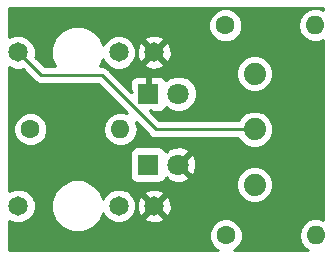
<source format=gbr>
G04 #@! TF.GenerationSoftware,KiCad,Pcbnew,(5.0.0)*
G04 #@! TF.CreationDate,2018-08-18T17:33:36+02:00*
G04 #@! TF.ProjectId,1u_mute,31755F6D7574652E6B696361645F7063,rev?*
G04 #@! TF.SameCoordinates,Original*
G04 #@! TF.FileFunction,Copper,L2,Bot,Signal*
G04 #@! TF.FilePolarity,Positive*
%FSLAX46Y46*%
G04 Gerber Fmt 4.6, Leading zero omitted, Abs format (unit mm)*
G04 Created by KiCad (PCBNEW (5.0.0)) date 08/18/18 17:33:36*
%MOMM*%
%LPD*%
G01*
G04 APERTURE LIST*
G04 #@! TA.AperFunction,ComponentPad*
%ADD10C,1.648460*%
G04 #@! TD*
G04 #@! TA.AperFunction,ComponentPad*
%ADD11C,1.800000*%
G04 #@! TD*
G04 #@! TA.AperFunction,ComponentPad*
%ADD12R,1.800000X1.800000*%
G04 #@! TD*
G04 #@! TA.AperFunction,ComponentPad*
%ADD13O,1.600000X1.600000*%
G04 #@! TD*
G04 #@! TA.AperFunction,ComponentPad*
%ADD14C,1.600000*%
G04 #@! TD*
G04 #@! TA.AperFunction,ComponentPad*
%ADD15C,1.879600*%
G04 #@! TD*
G04 #@! TA.AperFunction,Conductor*
%ADD16C,0.250000*%
G04 #@! TD*
G04 #@! TA.AperFunction,Conductor*
%ADD17C,0.254000*%
G04 #@! TD*
G04 APERTURE END LIST*
D10*
G04 #@! TO.P,J_OUT_1,P$3_SLEEVE*
G04 #@! TO.N,GND*
X12999860Y-17500000D03*
G04 #@! TO.P,J_OUT_1,P$2_SWITCH*
G04 #@! TO.N,N/C*
X9997580Y-17500000D03*
G04 #@! TO.P,J_OUT_1,P$1_TIP*
G04 #@! TO.N,Net-(J_OUT_1-PadP$1_TIP)*
X1501280Y-17500000D03*
G04 #@! TD*
D11*
G04 #@! TO.P,D1,2*
G04 #@! TO.N,Net-(D1-Pad2)*
X15040000Y-8000000D03*
D12*
G04 #@! TO.P,D1,1*
G04 #@! TO.N,GND*
X12500000Y-8000000D03*
G04 #@! TD*
G04 #@! TO.P,D2,1*
G04 #@! TO.N,Net-(D2-Pad1)*
X12460000Y-14000000D03*
D11*
G04 #@! TO.P,D2,2*
G04 #@! TO.N,GND*
X15000000Y-14000000D03*
G04 #@! TD*
D10*
G04 #@! TO.P,J_IN_1,P$1_TIP*
G04 #@! TO.N,Net-(J_IN_1-PadP$1_TIP)*
X1501280Y-4500000D03*
G04 #@! TO.P,J_IN_1,P$2_SWITCH*
G04 #@! TO.N,N/C*
X9997580Y-4500000D03*
G04 #@! TO.P,J_IN_1,P$3_SLEEVE*
G04 #@! TO.N,GND*
X12999860Y-4500000D03*
G04 #@! TD*
D13*
G04 #@! TO.P,R_NLED_1,2*
G04 #@! TO.N,Net-(R_NLED_1-Pad2)*
X26680000Y-20000000D03*
D14*
G04 #@! TO.P,R_NLED_1,1*
G04 #@! TO.N,Net-(D2-Pad1)*
X19060000Y-20000000D03*
G04 #@! TD*
G04 #@! TO.P,R_OUT_1,1*
G04 #@! TO.N,Net-(R_NLED_1-Pad2)*
X2500000Y-11000000D03*
D13*
G04 #@! TO.P,R_OUT_1,2*
G04 #@! TO.N,Net-(J_OUT_1-PadP$1_TIP)*
X10120000Y-11000000D03*
G04 #@! TD*
G04 #@! TO.P,R_PLED_1,2*
G04 #@! TO.N,Net-(R_NLED_1-Pad2)*
X26620000Y-2200000D03*
D14*
G04 #@! TO.P,R_PLED_1,1*
G04 #@! TO.N,Net-(D1-Pad2)*
X19000000Y-2200000D03*
G04 #@! TD*
D15*
G04 #@! TO.P,SW1,1*
G04 #@! TO.N,Net-(R_NLED_1-Pad2)*
X21500000Y-15700000D03*
G04 #@! TO.P,SW1,2*
G04 #@! TO.N,Net-(J_IN_1-PadP$1_TIP)*
X21500000Y-11000000D03*
G04 #@! TO.P,SW1,3*
G04 #@! TO.N,Net-(R_NLED_1-Pad2)*
X21500000Y-6300000D03*
G04 #@! TD*
D16*
G04 #@! TO.N,Net-(J_IN_1-PadP$1_TIP)*
X2325509Y-5324229D02*
X1501280Y-4500000D01*
X3426281Y-6425001D02*
X2325509Y-5324229D01*
X8539999Y-6425001D02*
X3426281Y-6425001D01*
X13114998Y-11000000D02*
X8539999Y-6425001D01*
X21500000Y-11000000D02*
X13114998Y-11000000D01*
G04 #@! TD*
D17*
G04 #@! TO.N,GND*
G36*
X27265001Y-905117D02*
X27179909Y-848260D01*
X26761333Y-765000D01*
X26478667Y-765000D01*
X26060091Y-848260D01*
X25585423Y-1165423D01*
X25268260Y-1640091D01*
X25156887Y-2200000D01*
X25268260Y-2759909D01*
X25585423Y-3234577D01*
X26060091Y-3551740D01*
X26478667Y-3635000D01*
X26761333Y-3635000D01*
X27179909Y-3551740D01*
X27265001Y-3494883D01*
X27265000Y-18665025D01*
X27239909Y-18648260D01*
X26821333Y-18565000D01*
X26538667Y-18565000D01*
X26120091Y-18648260D01*
X25645423Y-18965423D01*
X25328260Y-19440091D01*
X25216887Y-20000000D01*
X25328260Y-20559909D01*
X25645423Y-21034577D01*
X25990275Y-21265000D01*
X19755855Y-21265000D01*
X19872862Y-21216534D01*
X20276534Y-20812862D01*
X20495000Y-20285439D01*
X20495000Y-19714561D01*
X20276534Y-19187138D01*
X19872862Y-18783466D01*
X19345439Y-18565000D01*
X18774561Y-18565000D01*
X18247138Y-18783466D01*
X17843466Y-19187138D01*
X17625000Y-19714561D01*
X17625000Y-20285439D01*
X17843466Y-20812862D01*
X18247138Y-21216534D01*
X18364145Y-21265000D01*
X735000Y-21265000D01*
X735000Y-18762055D01*
X1211021Y-18959230D01*
X1791539Y-18959230D01*
X2327867Y-18737075D01*
X2738355Y-18326587D01*
X2960510Y-17790259D01*
X2960510Y-17209741D01*
X2896593Y-17055431D01*
X4265000Y-17055431D01*
X4265000Y-17944569D01*
X4605259Y-18766026D01*
X5233974Y-19394741D01*
X6055431Y-19735000D01*
X6944569Y-19735000D01*
X7766026Y-19394741D01*
X8394741Y-18766026D01*
X8668634Y-18104791D01*
X8760505Y-18326587D01*
X9170993Y-18737075D01*
X9707321Y-18959230D01*
X10287839Y-18959230D01*
X10824167Y-18737075D01*
X11035947Y-18525295D01*
X12154170Y-18525295D01*
X12231279Y-18773926D01*
X12777295Y-18971077D01*
X13357194Y-18944270D01*
X13768441Y-18773926D01*
X13845550Y-18525295D01*
X12999860Y-17679605D01*
X12154170Y-18525295D01*
X11035947Y-18525295D01*
X11234655Y-18326587D01*
X11456810Y-17790259D01*
X11456810Y-17277435D01*
X11528783Y-17277435D01*
X11555590Y-17857334D01*
X11725934Y-18268581D01*
X11974565Y-18345690D01*
X12820255Y-17500000D01*
X13179465Y-17500000D01*
X14025155Y-18345690D01*
X14273786Y-18268581D01*
X14470937Y-17722565D01*
X14444130Y-17142666D01*
X14273786Y-16731419D01*
X14025155Y-16654310D01*
X13179465Y-17500000D01*
X12820255Y-17500000D01*
X11974565Y-16654310D01*
X11725934Y-16731419D01*
X11528783Y-17277435D01*
X11456810Y-17277435D01*
X11456810Y-17209741D01*
X11234655Y-16673413D01*
X11035947Y-16474705D01*
X12154170Y-16474705D01*
X12999860Y-17320395D01*
X13845550Y-16474705D01*
X13768441Y-16226074D01*
X13222425Y-16028923D01*
X12642526Y-16055730D01*
X12231279Y-16226074D01*
X12154170Y-16474705D01*
X11035947Y-16474705D01*
X10824167Y-16262925D01*
X10287839Y-16040770D01*
X9707321Y-16040770D01*
X9170993Y-16262925D01*
X8760505Y-16673413D01*
X8668634Y-16895209D01*
X8394741Y-16233974D01*
X7766026Y-15605259D01*
X6944569Y-15265000D01*
X6055431Y-15265000D01*
X5233974Y-15605259D01*
X4605259Y-16233974D01*
X4265000Y-17055431D01*
X2896593Y-17055431D01*
X2738355Y-16673413D01*
X2327867Y-16262925D01*
X1791539Y-16040770D01*
X1211021Y-16040770D01*
X735000Y-16237945D01*
X735000Y-13100000D01*
X10912560Y-13100000D01*
X10912560Y-14900000D01*
X10961843Y-15147765D01*
X11102191Y-15357809D01*
X11312235Y-15498157D01*
X11560000Y-15547440D01*
X13360000Y-15547440D01*
X13607765Y-15498157D01*
X13817809Y-15357809D01*
X13950058Y-15159886D01*
X13984890Y-15194718D01*
X14099447Y-15080161D01*
X14185852Y-15336643D01*
X14759336Y-15546458D01*
X15369460Y-15520839D01*
X15693171Y-15386753D01*
X19925200Y-15386753D01*
X19925200Y-16013247D01*
X20164949Y-16592052D01*
X20607948Y-17035051D01*
X21186753Y-17274800D01*
X21813247Y-17274800D01*
X22392052Y-17035051D01*
X22835051Y-16592052D01*
X23074800Y-16013247D01*
X23074800Y-15386753D01*
X22835051Y-14807948D01*
X22392052Y-14364949D01*
X21813247Y-14125200D01*
X21186753Y-14125200D01*
X20607948Y-14364949D01*
X20164949Y-14807948D01*
X19925200Y-15386753D01*
X15693171Y-15386753D01*
X15814148Y-15336643D01*
X15900554Y-15080159D01*
X15000000Y-14179605D01*
X14985858Y-14193748D01*
X14806253Y-14014143D01*
X14820395Y-14000000D01*
X15179605Y-14000000D01*
X16080159Y-14900554D01*
X16336643Y-14814148D01*
X16546458Y-14240664D01*
X16520839Y-13630540D01*
X16336643Y-13185852D01*
X16080159Y-13099446D01*
X15179605Y-14000000D01*
X14820395Y-14000000D01*
X14806253Y-13985858D01*
X14985858Y-13806253D01*
X15000000Y-13820395D01*
X15900554Y-12919841D01*
X15814148Y-12663357D01*
X15240664Y-12453542D01*
X14630540Y-12479161D01*
X14185852Y-12663357D01*
X14099447Y-12919839D01*
X13984890Y-12805282D01*
X13950058Y-12840114D01*
X13817809Y-12642191D01*
X13607765Y-12501843D01*
X13360000Y-12452560D01*
X11560000Y-12452560D01*
X11312235Y-12501843D01*
X11102191Y-12642191D01*
X10961843Y-12852235D01*
X10912560Y-13100000D01*
X735000Y-13100000D01*
X735000Y-10714561D01*
X1065000Y-10714561D01*
X1065000Y-11285439D01*
X1283466Y-11812862D01*
X1687138Y-12216534D01*
X2214561Y-12435000D01*
X2785439Y-12435000D01*
X3312862Y-12216534D01*
X3716534Y-11812862D01*
X3935000Y-11285439D01*
X3935000Y-10714561D01*
X3716534Y-10187138D01*
X3312862Y-9783466D01*
X2785439Y-9565000D01*
X2214561Y-9565000D01*
X1687138Y-9783466D01*
X1283466Y-10187138D01*
X1065000Y-10714561D01*
X735000Y-10714561D01*
X735000Y-5762055D01*
X1211021Y-5959230D01*
X1791539Y-5959230D01*
X1858127Y-5931648D01*
X2835951Y-6909473D01*
X2878352Y-6972930D01*
X2941808Y-7015330D01*
X3129743Y-7140905D01*
X3177886Y-7150481D01*
X3351429Y-7185001D01*
X3351433Y-7185001D01*
X3426281Y-7199889D01*
X3501129Y-7185001D01*
X8225198Y-7185001D01*
X10705668Y-9665472D01*
X10679909Y-9648260D01*
X10261333Y-9565000D01*
X9978667Y-9565000D01*
X9560091Y-9648260D01*
X9085423Y-9965423D01*
X8768260Y-10440091D01*
X8656887Y-11000000D01*
X8768260Y-11559909D01*
X9085423Y-12034577D01*
X9560091Y-12351740D01*
X9978667Y-12435000D01*
X10261333Y-12435000D01*
X10679909Y-12351740D01*
X11154577Y-12034577D01*
X11471740Y-11559909D01*
X11583113Y-11000000D01*
X11471740Y-10440091D01*
X11454529Y-10414332D01*
X12524669Y-11484473D01*
X12567069Y-11547929D01*
X12818461Y-11715904D01*
X13040146Y-11760000D01*
X13040150Y-11760000D01*
X13114998Y-11774888D01*
X13189846Y-11760000D01*
X20110251Y-11760000D01*
X20164949Y-11892052D01*
X20607948Y-12335051D01*
X21186753Y-12574800D01*
X21813247Y-12574800D01*
X22392052Y-12335051D01*
X22835051Y-11892052D01*
X23074800Y-11313247D01*
X23074800Y-10686753D01*
X22835051Y-10107948D01*
X22392052Y-9664949D01*
X21813247Y-9425200D01*
X21186753Y-9425200D01*
X20607948Y-9664949D01*
X20164949Y-10107948D01*
X20110251Y-10240000D01*
X13429800Y-10240000D01*
X12627002Y-9437202D01*
X12627002Y-9376252D01*
X12785750Y-9535000D01*
X13526309Y-9535000D01*
X13759698Y-9438327D01*
X13938327Y-9259699D01*
X13994139Y-9124956D01*
X14170493Y-9301310D01*
X14734670Y-9535000D01*
X15345330Y-9535000D01*
X15909507Y-9301310D01*
X16341310Y-8869507D01*
X16575000Y-8305330D01*
X16575000Y-7694670D01*
X16341310Y-7130493D01*
X15909507Y-6698690D01*
X15345330Y-6465000D01*
X14734670Y-6465000D01*
X14170493Y-6698690D01*
X13994139Y-6875044D01*
X13938327Y-6740301D01*
X13759698Y-6561673D01*
X13526309Y-6465000D01*
X12785750Y-6465000D01*
X12627000Y-6623750D01*
X12627000Y-7873000D01*
X12647000Y-7873000D01*
X12647000Y-8127000D01*
X12627000Y-8127000D01*
X12627000Y-8147000D01*
X12373000Y-8147000D01*
X12373000Y-8127000D01*
X12353000Y-8127000D01*
X12353000Y-7873000D01*
X12373000Y-7873000D01*
X12373000Y-6623750D01*
X12214250Y-6465000D01*
X11473691Y-6465000D01*
X11240302Y-6561673D01*
X11061673Y-6740301D01*
X10965000Y-6973690D01*
X10965000Y-7714250D01*
X11123748Y-7872998D01*
X11062797Y-7872998D01*
X9176552Y-5986753D01*
X19925200Y-5986753D01*
X19925200Y-6613247D01*
X20164949Y-7192052D01*
X20607948Y-7635051D01*
X21186753Y-7874800D01*
X21813247Y-7874800D01*
X22392052Y-7635051D01*
X22835051Y-7192052D01*
X23074800Y-6613247D01*
X23074800Y-5986753D01*
X22835051Y-5407948D01*
X22392052Y-4964949D01*
X21813247Y-4725200D01*
X21186753Y-4725200D01*
X20607948Y-4964949D01*
X20164949Y-5407948D01*
X19925200Y-5986753D01*
X9176552Y-5986753D01*
X9130330Y-5940531D01*
X9087928Y-5877072D01*
X8836536Y-5709097D01*
X8614851Y-5665001D01*
X8614846Y-5665001D01*
X8539999Y-5650113D01*
X8465152Y-5665001D01*
X8436587Y-5665001D01*
X8668634Y-5104791D01*
X8760505Y-5326587D01*
X9170993Y-5737075D01*
X9707321Y-5959230D01*
X10287839Y-5959230D01*
X10824167Y-5737075D01*
X11035947Y-5525295D01*
X12154170Y-5525295D01*
X12231279Y-5773926D01*
X12777295Y-5971077D01*
X13357194Y-5944270D01*
X13768441Y-5773926D01*
X13845550Y-5525295D01*
X12999860Y-4679605D01*
X12154170Y-5525295D01*
X11035947Y-5525295D01*
X11234655Y-5326587D01*
X11456810Y-4790259D01*
X11456810Y-4277435D01*
X11528783Y-4277435D01*
X11555590Y-4857334D01*
X11725934Y-5268581D01*
X11974565Y-5345690D01*
X12820255Y-4500000D01*
X13179465Y-4500000D01*
X14025155Y-5345690D01*
X14273786Y-5268581D01*
X14470937Y-4722565D01*
X14444130Y-4142666D01*
X14273786Y-3731419D01*
X14025155Y-3654310D01*
X13179465Y-4500000D01*
X12820255Y-4500000D01*
X11974565Y-3654310D01*
X11725934Y-3731419D01*
X11528783Y-4277435D01*
X11456810Y-4277435D01*
X11456810Y-4209741D01*
X11234655Y-3673413D01*
X11035947Y-3474705D01*
X12154170Y-3474705D01*
X12999860Y-4320395D01*
X13845550Y-3474705D01*
X13768441Y-3226074D01*
X13222425Y-3028923D01*
X12642526Y-3055730D01*
X12231279Y-3226074D01*
X12154170Y-3474705D01*
X11035947Y-3474705D01*
X10824167Y-3262925D01*
X10287839Y-3040770D01*
X9707321Y-3040770D01*
X9170993Y-3262925D01*
X8760505Y-3673413D01*
X8668634Y-3895209D01*
X8394741Y-3233974D01*
X7766026Y-2605259D01*
X6944569Y-2265000D01*
X6055431Y-2265000D01*
X5233974Y-2605259D01*
X4605259Y-3233974D01*
X4265000Y-4055431D01*
X4265000Y-4944569D01*
X4563413Y-5665001D01*
X3741083Y-5665001D01*
X2932928Y-4856847D01*
X2960510Y-4790259D01*
X2960510Y-4209741D01*
X2738355Y-3673413D01*
X2327867Y-3262925D01*
X1791539Y-3040770D01*
X1211021Y-3040770D01*
X735000Y-3237945D01*
X735000Y-1914561D01*
X17565000Y-1914561D01*
X17565000Y-2485439D01*
X17783466Y-3012862D01*
X18187138Y-3416534D01*
X18714561Y-3635000D01*
X19285439Y-3635000D01*
X19812862Y-3416534D01*
X20216534Y-3012862D01*
X20435000Y-2485439D01*
X20435000Y-1914561D01*
X20216534Y-1387138D01*
X19812862Y-983466D01*
X19285439Y-765000D01*
X18714561Y-765000D01*
X18187138Y-983466D01*
X17783466Y-1387138D01*
X17565000Y-1914561D01*
X735000Y-1914561D01*
X735000Y-735000D01*
X27265001Y-735000D01*
X27265001Y-905117D01*
X27265001Y-905117D01*
G37*
X27265001Y-905117D02*
X27179909Y-848260D01*
X26761333Y-765000D01*
X26478667Y-765000D01*
X26060091Y-848260D01*
X25585423Y-1165423D01*
X25268260Y-1640091D01*
X25156887Y-2200000D01*
X25268260Y-2759909D01*
X25585423Y-3234577D01*
X26060091Y-3551740D01*
X26478667Y-3635000D01*
X26761333Y-3635000D01*
X27179909Y-3551740D01*
X27265001Y-3494883D01*
X27265000Y-18665025D01*
X27239909Y-18648260D01*
X26821333Y-18565000D01*
X26538667Y-18565000D01*
X26120091Y-18648260D01*
X25645423Y-18965423D01*
X25328260Y-19440091D01*
X25216887Y-20000000D01*
X25328260Y-20559909D01*
X25645423Y-21034577D01*
X25990275Y-21265000D01*
X19755855Y-21265000D01*
X19872862Y-21216534D01*
X20276534Y-20812862D01*
X20495000Y-20285439D01*
X20495000Y-19714561D01*
X20276534Y-19187138D01*
X19872862Y-18783466D01*
X19345439Y-18565000D01*
X18774561Y-18565000D01*
X18247138Y-18783466D01*
X17843466Y-19187138D01*
X17625000Y-19714561D01*
X17625000Y-20285439D01*
X17843466Y-20812862D01*
X18247138Y-21216534D01*
X18364145Y-21265000D01*
X735000Y-21265000D01*
X735000Y-18762055D01*
X1211021Y-18959230D01*
X1791539Y-18959230D01*
X2327867Y-18737075D01*
X2738355Y-18326587D01*
X2960510Y-17790259D01*
X2960510Y-17209741D01*
X2896593Y-17055431D01*
X4265000Y-17055431D01*
X4265000Y-17944569D01*
X4605259Y-18766026D01*
X5233974Y-19394741D01*
X6055431Y-19735000D01*
X6944569Y-19735000D01*
X7766026Y-19394741D01*
X8394741Y-18766026D01*
X8668634Y-18104791D01*
X8760505Y-18326587D01*
X9170993Y-18737075D01*
X9707321Y-18959230D01*
X10287839Y-18959230D01*
X10824167Y-18737075D01*
X11035947Y-18525295D01*
X12154170Y-18525295D01*
X12231279Y-18773926D01*
X12777295Y-18971077D01*
X13357194Y-18944270D01*
X13768441Y-18773926D01*
X13845550Y-18525295D01*
X12999860Y-17679605D01*
X12154170Y-18525295D01*
X11035947Y-18525295D01*
X11234655Y-18326587D01*
X11456810Y-17790259D01*
X11456810Y-17277435D01*
X11528783Y-17277435D01*
X11555590Y-17857334D01*
X11725934Y-18268581D01*
X11974565Y-18345690D01*
X12820255Y-17500000D01*
X13179465Y-17500000D01*
X14025155Y-18345690D01*
X14273786Y-18268581D01*
X14470937Y-17722565D01*
X14444130Y-17142666D01*
X14273786Y-16731419D01*
X14025155Y-16654310D01*
X13179465Y-17500000D01*
X12820255Y-17500000D01*
X11974565Y-16654310D01*
X11725934Y-16731419D01*
X11528783Y-17277435D01*
X11456810Y-17277435D01*
X11456810Y-17209741D01*
X11234655Y-16673413D01*
X11035947Y-16474705D01*
X12154170Y-16474705D01*
X12999860Y-17320395D01*
X13845550Y-16474705D01*
X13768441Y-16226074D01*
X13222425Y-16028923D01*
X12642526Y-16055730D01*
X12231279Y-16226074D01*
X12154170Y-16474705D01*
X11035947Y-16474705D01*
X10824167Y-16262925D01*
X10287839Y-16040770D01*
X9707321Y-16040770D01*
X9170993Y-16262925D01*
X8760505Y-16673413D01*
X8668634Y-16895209D01*
X8394741Y-16233974D01*
X7766026Y-15605259D01*
X6944569Y-15265000D01*
X6055431Y-15265000D01*
X5233974Y-15605259D01*
X4605259Y-16233974D01*
X4265000Y-17055431D01*
X2896593Y-17055431D01*
X2738355Y-16673413D01*
X2327867Y-16262925D01*
X1791539Y-16040770D01*
X1211021Y-16040770D01*
X735000Y-16237945D01*
X735000Y-13100000D01*
X10912560Y-13100000D01*
X10912560Y-14900000D01*
X10961843Y-15147765D01*
X11102191Y-15357809D01*
X11312235Y-15498157D01*
X11560000Y-15547440D01*
X13360000Y-15547440D01*
X13607765Y-15498157D01*
X13817809Y-15357809D01*
X13950058Y-15159886D01*
X13984890Y-15194718D01*
X14099447Y-15080161D01*
X14185852Y-15336643D01*
X14759336Y-15546458D01*
X15369460Y-15520839D01*
X15693171Y-15386753D01*
X19925200Y-15386753D01*
X19925200Y-16013247D01*
X20164949Y-16592052D01*
X20607948Y-17035051D01*
X21186753Y-17274800D01*
X21813247Y-17274800D01*
X22392052Y-17035051D01*
X22835051Y-16592052D01*
X23074800Y-16013247D01*
X23074800Y-15386753D01*
X22835051Y-14807948D01*
X22392052Y-14364949D01*
X21813247Y-14125200D01*
X21186753Y-14125200D01*
X20607948Y-14364949D01*
X20164949Y-14807948D01*
X19925200Y-15386753D01*
X15693171Y-15386753D01*
X15814148Y-15336643D01*
X15900554Y-15080159D01*
X15000000Y-14179605D01*
X14985858Y-14193748D01*
X14806253Y-14014143D01*
X14820395Y-14000000D01*
X15179605Y-14000000D01*
X16080159Y-14900554D01*
X16336643Y-14814148D01*
X16546458Y-14240664D01*
X16520839Y-13630540D01*
X16336643Y-13185852D01*
X16080159Y-13099446D01*
X15179605Y-14000000D01*
X14820395Y-14000000D01*
X14806253Y-13985858D01*
X14985858Y-13806253D01*
X15000000Y-13820395D01*
X15900554Y-12919841D01*
X15814148Y-12663357D01*
X15240664Y-12453542D01*
X14630540Y-12479161D01*
X14185852Y-12663357D01*
X14099447Y-12919839D01*
X13984890Y-12805282D01*
X13950058Y-12840114D01*
X13817809Y-12642191D01*
X13607765Y-12501843D01*
X13360000Y-12452560D01*
X11560000Y-12452560D01*
X11312235Y-12501843D01*
X11102191Y-12642191D01*
X10961843Y-12852235D01*
X10912560Y-13100000D01*
X735000Y-13100000D01*
X735000Y-10714561D01*
X1065000Y-10714561D01*
X1065000Y-11285439D01*
X1283466Y-11812862D01*
X1687138Y-12216534D01*
X2214561Y-12435000D01*
X2785439Y-12435000D01*
X3312862Y-12216534D01*
X3716534Y-11812862D01*
X3935000Y-11285439D01*
X3935000Y-10714561D01*
X3716534Y-10187138D01*
X3312862Y-9783466D01*
X2785439Y-9565000D01*
X2214561Y-9565000D01*
X1687138Y-9783466D01*
X1283466Y-10187138D01*
X1065000Y-10714561D01*
X735000Y-10714561D01*
X735000Y-5762055D01*
X1211021Y-5959230D01*
X1791539Y-5959230D01*
X1858127Y-5931648D01*
X2835951Y-6909473D01*
X2878352Y-6972930D01*
X2941808Y-7015330D01*
X3129743Y-7140905D01*
X3177886Y-7150481D01*
X3351429Y-7185001D01*
X3351433Y-7185001D01*
X3426281Y-7199889D01*
X3501129Y-7185001D01*
X8225198Y-7185001D01*
X10705668Y-9665472D01*
X10679909Y-9648260D01*
X10261333Y-9565000D01*
X9978667Y-9565000D01*
X9560091Y-9648260D01*
X9085423Y-9965423D01*
X8768260Y-10440091D01*
X8656887Y-11000000D01*
X8768260Y-11559909D01*
X9085423Y-12034577D01*
X9560091Y-12351740D01*
X9978667Y-12435000D01*
X10261333Y-12435000D01*
X10679909Y-12351740D01*
X11154577Y-12034577D01*
X11471740Y-11559909D01*
X11583113Y-11000000D01*
X11471740Y-10440091D01*
X11454529Y-10414332D01*
X12524669Y-11484473D01*
X12567069Y-11547929D01*
X12818461Y-11715904D01*
X13040146Y-11760000D01*
X13040150Y-11760000D01*
X13114998Y-11774888D01*
X13189846Y-11760000D01*
X20110251Y-11760000D01*
X20164949Y-11892052D01*
X20607948Y-12335051D01*
X21186753Y-12574800D01*
X21813247Y-12574800D01*
X22392052Y-12335051D01*
X22835051Y-11892052D01*
X23074800Y-11313247D01*
X23074800Y-10686753D01*
X22835051Y-10107948D01*
X22392052Y-9664949D01*
X21813247Y-9425200D01*
X21186753Y-9425200D01*
X20607948Y-9664949D01*
X20164949Y-10107948D01*
X20110251Y-10240000D01*
X13429800Y-10240000D01*
X12627002Y-9437202D01*
X12627002Y-9376252D01*
X12785750Y-9535000D01*
X13526309Y-9535000D01*
X13759698Y-9438327D01*
X13938327Y-9259699D01*
X13994139Y-9124956D01*
X14170493Y-9301310D01*
X14734670Y-9535000D01*
X15345330Y-9535000D01*
X15909507Y-9301310D01*
X16341310Y-8869507D01*
X16575000Y-8305330D01*
X16575000Y-7694670D01*
X16341310Y-7130493D01*
X15909507Y-6698690D01*
X15345330Y-6465000D01*
X14734670Y-6465000D01*
X14170493Y-6698690D01*
X13994139Y-6875044D01*
X13938327Y-6740301D01*
X13759698Y-6561673D01*
X13526309Y-6465000D01*
X12785750Y-6465000D01*
X12627000Y-6623750D01*
X12627000Y-7873000D01*
X12647000Y-7873000D01*
X12647000Y-8127000D01*
X12627000Y-8127000D01*
X12627000Y-8147000D01*
X12373000Y-8147000D01*
X12373000Y-8127000D01*
X12353000Y-8127000D01*
X12353000Y-7873000D01*
X12373000Y-7873000D01*
X12373000Y-6623750D01*
X12214250Y-6465000D01*
X11473691Y-6465000D01*
X11240302Y-6561673D01*
X11061673Y-6740301D01*
X10965000Y-6973690D01*
X10965000Y-7714250D01*
X11123748Y-7872998D01*
X11062797Y-7872998D01*
X9176552Y-5986753D01*
X19925200Y-5986753D01*
X19925200Y-6613247D01*
X20164949Y-7192052D01*
X20607948Y-7635051D01*
X21186753Y-7874800D01*
X21813247Y-7874800D01*
X22392052Y-7635051D01*
X22835051Y-7192052D01*
X23074800Y-6613247D01*
X23074800Y-5986753D01*
X22835051Y-5407948D01*
X22392052Y-4964949D01*
X21813247Y-4725200D01*
X21186753Y-4725200D01*
X20607948Y-4964949D01*
X20164949Y-5407948D01*
X19925200Y-5986753D01*
X9176552Y-5986753D01*
X9130330Y-5940531D01*
X9087928Y-5877072D01*
X8836536Y-5709097D01*
X8614851Y-5665001D01*
X8614846Y-5665001D01*
X8539999Y-5650113D01*
X8465152Y-5665001D01*
X8436587Y-5665001D01*
X8668634Y-5104791D01*
X8760505Y-5326587D01*
X9170993Y-5737075D01*
X9707321Y-5959230D01*
X10287839Y-5959230D01*
X10824167Y-5737075D01*
X11035947Y-5525295D01*
X12154170Y-5525295D01*
X12231279Y-5773926D01*
X12777295Y-5971077D01*
X13357194Y-5944270D01*
X13768441Y-5773926D01*
X13845550Y-5525295D01*
X12999860Y-4679605D01*
X12154170Y-5525295D01*
X11035947Y-5525295D01*
X11234655Y-5326587D01*
X11456810Y-4790259D01*
X11456810Y-4277435D01*
X11528783Y-4277435D01*
X11555590Y-4857334D01*
X11725934Y-5268581D01*
X11974565Y-5345690D01*
X12820255Y-4500000D01*
X13179465Y-4500000D01*
X14025155Y-5345690D01*
X14273786Y-5268581D01*
X14470937Y-4722565D01*
X14444130Y-4142666D01*
X14273786Y-3731419D01*
X14025155Y-3654310D01*
X13179465Y-4500000D01*
X12820255Y-4500000D01*
X11974565Y-3654310D01*
X11725934Y-3731419D01*
X11528783Y-4277435D01*
X11456810Y-4277435D01*
X11456810Y-4209741D01*
X11234655Y-3673413D01*
X11035947Y-3474705D01*
X12154170Y-3474705D01*
X12999860Y-4320395D01*
X13845550Y-3474705D01*
X13768441Y-3226074D01*
X13222425Y-3028923D01*
X12642526Y-3055730D01*
X12231279Y-3226074D01*
X12154170Y-3474705D01*
X11035947Y-3474705D01*
X10824167Y-3262925D01*
X10287839Y-3040770D01*
X9707321Y-3040770D01*
X9170993Y-3262925D01*
X8760505Y-3673413D01*
X8668634Y-3895209D01*
X8394741Y-3233974D01*
X7766026Y-2605259D01*
X6944569Y-2265000D01*
X6055431Y-2265000D01*
X5233974Y-2605259D01*
X4605259Y-3233974D01*
X4265000Y-4055431D01*
X4265000Y-4944569D01*
X4563413Y-5665001D01*
X3741083Y-5665001D01*
X2932928Y-4856847D01*
X2960510Y-4790259D01*
X2960510Y-4209741D01*
X2738355Y-3673413D01*
X2327867Y-3262925D01*
X1791539Y-3040770D01*
X1211021Y-3040770D01*
X735000Y-3237945D01*
X735000Y-1914561D01*
X17565000Y-1914561D01*
X17565000Y-2485439D01*
X17783466Y-3012862D01*
X18187138Y-3416534D01*
X18714561Y-3635000D01*
X19285439Y-3635000D01*
X19812862Y-3416534D01*
X20216534Y-3012862D01*
X20435000Y-2485439D01*
X20435000Y-1914561D01*
X20216534Y-1387138D01*
X19812862Y-983466D01*
X19285439Y-765000D01*
X18714561Y-765000D01*
X18187138Y-983466D01*
X17783466Y-1387138D01*
X17565000Y-1914561D01*
X735000Y-1914561D01*
X735000Y-735000D01*
X27265001Y-735000D01*
X27265001Y-905117D01*
G04 #@! TD*
M02*

</source>
